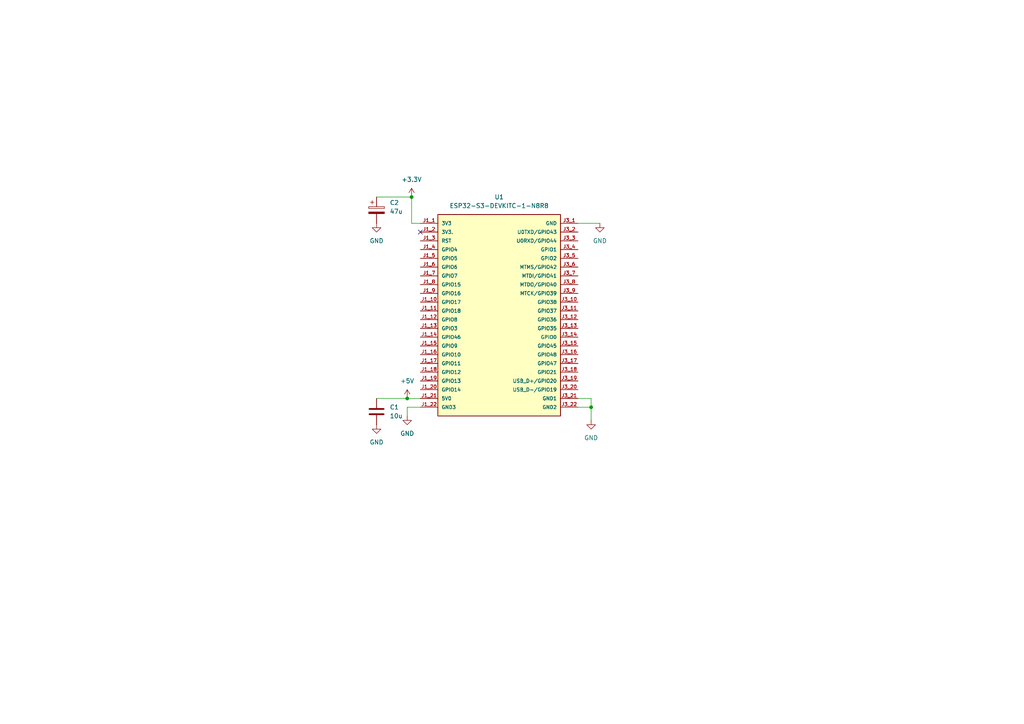
<source format=kicad_sch>
(kicad_sch
	(version 20250114)
	(generator "eeschema")
	(generator_version "9.0")
	(uuid "12ad5328-554d-41aa-ae51-187f15518abd")
	(paper "A4")
	(lib_symbols
		(symbol "Device:C"
			(pin_numbers
				(hide yes)
			)
			(pin_names
				(offset 0.254)
			)
			(exclude_from_sim no)
			(in_bom yes)
			(on_board yes)
			(property "Reference" "C"
				(at 0.635 2.54 0)
				(effects
					(font
						(size 1.27 1.27)
					)
					(justify left)
				)
			)
			(property "Value" "C"
				(at 0.635 -2.54 0)
				(effects
					(font
						(size 1.27 1.27)
					)
					(justify left)
				)
			)
			(property "Footprint" ""
				(at 0.9652 -3.81 0)
				(effects
					(font
						(size 1.27 1.27)
					)
					(hide yes)
				)
			)
			(property "Datasheet" "~"
				(at 0 0 0)
				(effects
					(font
						(size 1.27 1.27)
					)
					(hide yes)
				)
			)
			(property "Description" "Unpolarized capacitor"
				(at 0 0 0)
				(effects
					(font
						(size 1.27 1.27)
					)
					(hide yes)
				)
			)
			(property "ki_keywords" "cap capacitor"
				(at 0 0 0)
				(effects
					(font
						(size 1.27 1.27)
					)
					(hide yes)
				)
			)
			(property "ki_fp_filters" "C_*"
				(at 0 0 0)
				(effects
					(font
						(size 1.27 1.27)
					)
					(hide yes)
				)
			)
			(symbol "C_0_1"
				(polyline
					(pts
						(xy -2.032 0.762) (xy 2.032 0.762)
					)
					(stroke
						(width 0.508)
						(type default)
					)
					(fill
						(type none)
					)
				)
				(polyline
					(pts
						(xy -2.032 -0.762) (xy 2.032 -0.762)
					)
					(stroke
						(width 0.508)
						(type default)
					)
					(fill
						(type none)
					)
				)
			)
			(symbol "C_1_1"
				(pin passive line
					(at 0 3.81 270)
					(length 2.794)
					(name "~"
						(effects
							(font
								(size 1.27 1.27)
							)
						)
					)
					(number "1"
						(effects
							(font
								(size 1.27 1.27)
							)
						)
					)
				)
				(pin passive line
					(at 0 -3.81 90)
					(length 2.794)
					(name "~"
						(effects
							(font
								(size 1.27 1.27)
							)
						)
					)
					(number "2"
						(effects
							(font
								(size 1.27 1.27)
							)
						)
					)
				)
			)
			(embedded_fonts no)
		)
		(symbol "Device:C_Polarized"
			(pin_numbers
				(hide yes)
			)
			(pin_names
				(offset 0.254)
			)
			(exclude_from_sim no)
			(in_bom yes)
			(on_board yes)
			(property "Reference" "C"
				(at 0.635 2.54 0)
				(effects
					(font
						(size 1.27 1.27)
					)
					(justify left)
				)
			)
			(property "Value" "C_Polarized"
				(at 0.635 -2.54 0)
				(effects
					(font
						(size 1.27 1.27)
					)
					(justify left)
				)
			)
			(property "Footprint" ""
				(at 0.9652 -3.81 0)
				(effects
					(font
						(size 1.27 1.27)
					)
					(hide yes)
				)
			)
			(property "Datasheet" "~"
				(at 0 0 0)
				(effects
					(font
						(size 1.27 1.27)
					)
					(hide yes)
				)
			)
			(property "Description" "Polarized capacitor"
				(at 0 0 0)
				(effects
					(font
						(size 1.27 1.27)
					)
					(hide yes)
				)
			)
			(property "ki_keywords" "cap capacitor"
				(at 0 0 0)
				(effects
					(font
						(size 1.27 1.27)
					)
					(hide yes)
				)
			)
			(property "ki_fp_filters" "CP_*"
				(at 0 0 0)
				(effects
					(font
						(size 1.27 1.27)
					)
					(hide yes)
				)
			)
			(symbol "C_Polarized_0_1"
				(rectangle
					(start -2.286 0.508)
					(end 2.286 1.016)
					(stroke
						(width 0)
						(type default)
					)
					(fill
						(type none)
					)
				)
				(polyline
					(pts
						(xy -1.778 2.286) (xy -0.762 2.286)
					)
					(stroke
						(width 0)
						(type default)
					)
					(fill
						(type none)
					)
				)
				(polyline
					(pts
						(xy -1.27 2.794) (xy -1.27 1.778)
					)
					(stroke
						(width 0)
						(type default)
					)
					(fill
						(type none)
					)
				)
				(rectangle
					(start 2.286 -0.508)
					(end -2.286 -1.016)
					(stroke
						(width 0)
						(type default)
					)
					(fill
						(type outline)
					)
				)
			)
			(symbol "C_Polarized_1_1"
				(pin passive line
					(at 0 3.81 270)
					(length 2.794)
					(name "~"
						(effects
							(font
								(size 1.27 1.27)
							)
						)
					)
					(number "1"
						(effects
							(font
								(size 1.27 1.27)
							)
						)
					)
				)
				(pin passive line
					(at 0 -3.81 90)
					(length 2.794)
					(name "~"
						(effects
							(font
								(size 1.27 1.27)
							)
						)
					)
					(number "2"
						(effects
							(font
								(size 1.27 1.27)
							)
						)
					)
				)
			)
			(embedded_fonts no)
		)
		(symbol "ESP32-S3-DEVKITC-1-N8R8:ESP32-S3-DEVKITC-1-N8R8"
			(pin_names
				(offset 1.016)
			)
			(exclude_from_sim no)
			(in_bom yes)
			(on_board yes)
			(property "Reference" "U"
				(at -17.78 35.56 0)
				(effects
					(font
						(size 1.27 1.27)
					)
					(justify left top)
				)
			)
			(property "Value" "ESP32-S3-DEVKITC-1-N8R8"
				(at -17.78 -27.94 0)
				(effects
					(font
						(size 1.27 1.27)
					)
					(justify left bottom)
				)
			)
			(property "Footprint" "ESP32-S3-DEVKITC-1-N8R8:ESP32-S3-DEVKITC-1-N8R8"
				(at 0 0 0)
				(effects
					(font
						(size 1.27 1.27)
					)
					(justify bottom)
					(hide yes)
				)
			)
			(property "Datasheet" ""
				(at 0 0 0)
				(effects
					(font
						(size 1.27 1.27)
					)
					(hide yes)
				)
			)
			(property "Description" ""
				(at 0 0 0)
				(effects
					(font
						(size 1.27 1.27)
					)
					(hide yes)
				)
			)
			(property "DigiKey_Part_Number" "1965-ESP32-S3-DEVKITC-1-N8R8-ND"
				(at 0 0 0)
				(effects
					(font
						(size 1.27 1.27)
					)
					(justify bottom)
					(hide yes)
				)
			)
			(property "SnapEDA_Link" "https://www.snapeda.com/parts/ESP32-S3-DEVKITC-1-N8R8/Espressif+Systems/view-part/?ref=snap"
				(at 0 0 0)
				(effects
					(font
						(size 1.27 1.27)
					)
					(justify bottom)
					(hide yes)
				)
			)
			(property "Description_1" "The ESP32-S3-DEVKITC-1-N8R8 from Espressif Systems is a development board designed for RF, RFID, and wireless applications. It supports 802.11 b/g/n Wi-Fi and Bluetooth® 5.x (BLE) connectivity at 2.4GHz, making it ideal for IoT and wireless communication projects. This board is powered by the ESP32-S3-WROOM-1-N8R8 module, which features 8MB Quad SPI Flash and 8MB Octal SPI for efficient memory storage and processing."
				(at 0 0 0)
				(effects
					(font
						(size 1.27 1.27)
					)
					(justify bottom)
					(hide yes)
				)
			)
			(property "MF" "Espressif Systems"
				(at 0 0 0)
				(effects
					(font
						(size 1.27 1.27)
					)
					(justify bottom)
					(hide yes)
				)
			)
			(property "Package" "None"
				(at 0 0 0)
				(effects
					(font
						(size 1.27 1.27)
					)
					(justify bottom)
					(hide yes)
				)
			)
			(property "Check_prices" "https://www.snapeda.com/parts/ESP32-S3-DEVKITC-1-N8R8/Espressif+Systems/view-part/?ref=eda"
				(at 0 0 0)
				(effects
					(font
						(size 1.27 1.27)
					)
					(justify bottom)
					(hide yes)
				)
			)
			(property "MP" "ESP32-S3-DEVKITC-1-N8R8"
				(at 0 0 0)
				(effects
					(font
						(size 1.27 1.27)
					)
					(justify bottom)
					(hide yes)
				)
			)
			(symbol "ESP32-S3-DEVKITC-1-N8R8_0_0"
				(rectangle
					(start -17.78 -25.4)
					(end 17.78 33.02)
					(stroke
						(width 0.254)
						(type default)
					)
					(fill
						(type background)
					)
				)
				(pin power_in line
					(at -22.86 30.48 0)
					(length 5.08)
					(name "3V3"
						(effects
							(font
								(size 1.016 1.016)
							)
						)
					)
					(number "J1_1"
						(effects
							(font
								(size 1.016 1.016)
							)
						)
					)
				)
				(pin power_in line
					(at -22.86 27.94 0)
					(length 5.08)
					(name "3V3."
						(effects
							(font
								(size 1.016 1.016)
							)
						)
					)
					(number "J1_2"
						(effects
							(font
								(size 1.016 1.016)
							)
						)
					)
				)
				(pin input line
					(at -22.86 25.4 0)
					(length 5.08)
					(name "RST"
						(effects
							(font
								(size 1.016 1.016)
							)
						)
					)
					(number "J1_3"
						(effects
							(font
								(size 1.016 1.016)
							)
						)
					)
				)
				(pin bidirectional line
					(at -22.86 22.86 0)
					(length 5.08)
					(name "GPIO4"
						(effects
							(font
								(size 1.016 1.016)
							)
						)
					)
					(number "J1_4"
						(effects
							(font
								(size 1.016 1.016)
							)
						)
					)
				)
				(pin bidirectional line
					(at -22.86 20.32 0)
					(length 5.08)
					(name "GPIO5"
						(effects
							(font
								(size 1.016 1.016)
							)
						)
					)
					(number "J1_5"
						(effects
							(font
								(size 1.016 1.016)
							)
						)
					)
				)
				(pin bidirectional line
					(at -22.86 17.78 0)
					(length 5.08)
					(name "GPIO6"
						(effects
							(font
								(size 1.016 1.016)
							)
						)
					)
					(number "J1_6"
						(effects
							(font
								(size 1.016 1.016)
							)
						)
					)
				)
				(pin bidirectional line
					(at -22.86 15.24 0)
					(length 5.08)
					(name "GPIO7"
						(effects
							(font
								(size 1.016 1.016)
							)
						)
					)
					(number "J1_7"
						(effects
							(font
								(size 1.016 1.016)
							)
						)
					)
				)
				(pin bidirectional line
					(at -22.86 12.7 0)
					(length 5.08)
					(name "GPIO15"
						(effects
							(font
								(size 1.016 1.016)
							)
						)
					)
					(number "J1_8"
						(effects
							(font
								(size 1.016 1.016)
							)
						)
					)
				)
				(pin bidirectional line
					(at -22.86 10.16 0)
					(length 5.08)
					(name "GPIO16"
						(effects
							(font
								(size 1.016 1.016)
							)
						)
					)
					(number "J1_9"
						(effects
							(font
								(size 1.016 1.016)
							)
						)
					)
				)
				(pin bidirectional line
					(at -22.86 7.62 0)
					(length 5.08)
					(name "GPIO17"
						(effects
							(font
								(size 1.016 1.016)
							)
						)
					)
					(number "J1_10"
						(effects
							(font
								(size 1.016 1.016)
							)
						)
					)
				)
				(pin bidirectional line
					(at -22.86 5.08 0)
					(length 5.08)
					(name "GPIO18"
						(effects
							(font
								(size 1.016 1.016)
							)
						)
					)
					(number "J1_11"
						(effects
							(font
								(size 1.016 1.016)
							)
						)
					)
				)
				(pin bidirectional line
					(at -22.86 2.54 0)
					(length 5.08)
					(name "GPIO8"
						(effects
							(font
								(size 1.016 1.016)
							)
						)
					)
					(number "J1_12"
						(effects
							(font
								(size 1.016 1.016)
							)
						)
					)
				)
				(pin bidirectional line
					(at -22.86 0 0)
					(length 5.08)
					(name "GPIO3"
						(effects
							(font
								(size 1.016 1.016)
							)
						)
					)
					(number "J1_13"
						(effects
							(font
								(size 1.016 1.016)
							)
						)
					)
				)
				(pin bidirectional line
					(at -22.86 -2.54 0)
					(length 5.08)
					(name "GPIO46"
						(effects
							(font
								(size 1.016 1.016)
							)
						)
					)
					(number "J1_14"
						(effects
							(font
								(size 1.016 1.016)
							)
						)
					)
				)
				(pin bidirectional line
					(at -22.86 -5.08 0)
					(length 5.08)
					(name "GPIO9"
						(effects
							(font
								(size 1.016 1.016)
							)
						)
					)
					(number "J1_15"
						(effects
							(font
								(size 1.016 1.016)
							)
						)
					)
				)
				(pin bidirectional line
					(at -22.86 -7.62 0)
					(length 5.08)
					(name "GPIO10"
						(effects
							(font
								(size 1.016 1.016)
							)
						)
					)
					(number "J1_16"
						(effects
							(font
								(size 1.016 1.016)
							)
						)
					)
				)
				(pin bidirectional line
					(at -22.86 -10.16 0)
					(length 5.08)
					(name "GPIO11"
						(effects
							(font
								(size 1.016 1.016)
							)
						)
					)
					(number "J1_17"
						(effects
							(font
								(size 1.016 1.016)
							)
						)
					)
				)
				(pin bidirectional line
					(at -22.86 -12.7 0)
					(length 5.08)
					(name "GPIO12"
						(effects
							(font
								(size 1.016 1.016)
							)
						)
					)
					(number "J1_18"
						(effects
							(font
								(size 1.016 1.016)
							)
						)
					)
				)
				(pin bidirectional line
					(at -22.86 -15.24 0)
					(length 5.08)
					(name "GPIO13"
						(effects
							(font
								(size 1.016 1.016)
							)
						)
					)
					(number "J1_19"
						(effects
							(font
								(size 1.016 1.016)
							)
						)
					)
				)
				(pin bidirectional line
					(at -22.86 -17.78 0)
					(length 5.08)
					(name "GPIO14"
						(effects
							(font
								(size 1.016 1.016)
							)
						)
					)
					(number "J1_20"
						(effects
							(font
								(size 1.016 1.016)
							)
						)
					)
				)
				(pin power_in line
					(at -22.86 -20.32 0)
					(length 5.08)
					(name "5V0"
						(effects
							(font
								(size 1.016 1.016)
							)
						)
					)
					(number "J1_21"
						(effects
							(font
								(size 1.016 1.016)
							)
						)
					)
				)
				(pin power_in line
					(at -22.86 -22.86 0)
					(length 5.08)
					(name "GND3"
						(effects
							(font
								(size 1.016 1.016)
							)
						)
					)
					(number "J1_22"
						(effects
							(font
								(size 1.016 1.016)
							)
						)
					)
				)
				(pin power_in line
					(at 22.86 30.48 180)
					(length 5.08)
					(name "GND"
						(effects
							(font
								(size 1.016 1.016)
							)
						)
					)
					(number "J3_1"
						(effects
							(font
								(size 1.016 1.016)
							)
						)
					)
				)
				(pin bidirectional line
					(at 22.86 27.94 180)
					(length 5.08)
					(name "U0TXD/GPIO43"
						(effects
							(font
								(size 1.016 1.016)
							)
						)
					)
					(number "J3_2"
						(effects
							(font
								(size 1.016 1.016)
							)
						)
					)
				)
				(pin bidirectional line
					(at 22.86 25.4 180)
					(length 5.08)
					(name "U0RXD/GPIO44"
						(effects
							(font
								(size 1.016 1.016)
							)
						)
					)
					(number "J3_3"
						(effects
							(font
								(size 1.016 1.016)
							)
						)
					)
				)
				(pin bidirectional line
					(at 22.86 22.86 180)
					(length 5.08)
					(name "GPIO1"
						(effects
							(font
								(size 1.016 1.016)
							)
						)
					)
					(number "J3_4"
						(effects
							(font
								(size 1.016 1.016)
							)
						)
					)
				)
				(pin bidirectional line
					(at 22.86 20.32 180)
					(length 5.08)
					(name "GPIO2"
						(effects
							(font
								(size 1.016 1.016)
							)
						)
					)
					(number "J3_5"
						(effects
							(font
								(size 1.016 1.016)
							)
						)
					)
				)
				(pin bidirectional line
					(at 22.86 17.78 180)
					(length 5.08)
					(name "MTMS/GPIO42"
						(effects
							(font
								(size 1.016 1.016)
							)
						)
					)
					(number "J3_6"
						(effects
							(font
								(size 1.016 1.016)
							)
						)
					)
				)
				(pin bidirectional line
					(at 22.86 15.24 180)
					(length 5.08)
					(name "MTDI/GPIO41"
						(effects
							(font
								(size 1.016 1.016)
							)
						)
					)
					(number "J3_7"
						(effects
							(font
								(size 1.016 1.016)
							)
						)
					)
				)
				(pin bidirectional line
					(at 22.86 12.7 180)
					(length 5.08)
					(name "MTDO/GPIO40"
						(effects
							(font
								(size 1.016 1.016)
							)
						)
					)
					(number "J3_8"
						(effects
							(font
								(size 1.016 1.016)
							)
						)
					)
				)
				(pin bidirectional line
					(at 22.86 10.16 180)
					(length 5.08)
					(name "MTCK/GPIO39"
						(effects
							(font
								(size 1.016 1.016)
							)
						)
					)
					(number "J3_9"
						(effects
							(font
								(size 1.016 1.016)
							)
						)
					)
				)
				(pin bidirectional line
					(at 22.86 7.62 180)
					(length 5.08)
					(name "GPIO38"
						(effects
							(font
								(size 1.016 1.016)
							)
						)
					)
					(number "J3_10"
						(effects
							(font
								(size 1.016 1.016)
							)
						)
					)
				)
				(pin bidirectional line
					(at 22.86 5.08 180)
					(length 5.08)
					(name "GPIO37"
						(effects
							(font
								(size 1.016 1.016)
							)
						)
					)
					(number "J3_11"
						(effects
							(font
								(size 1.016 1.016)
							)
						)
					)
				)
				(pin bidirectional line
					(at 22.86 2.54 180)
					(length 5.08)
					(name "GPIO36"
						(effects
							(font
								(size 1.016 1.016)
							)
						)
					)
					(number "J3_12"
						(effects
							(font
								(size 1.016 1.016)
							)
						)
					)
				)
				(pin bidirectional line
					(at 22.86 0 180)
					(length 5.08)
					(name "GPIO35"
						(effects
							(font
								(size 1.016 1.016)
							)
						)
					)
					(number "J3_13"
						(effects
							(font
								(size 1.016 1.016)
							)
						)
					)
				)
				(pin bidirectional line
					(at 22.86 -2.54 180)
					(length 5.08)
					(name "GPIO0"
						(effects
							(font
								(size 1.016 1.016)
							)
						)
					)
					(number "J3_14"
						(effects
							(font
								(size 1.016 1.016)
							)
						)
					)
				)
				(pin bidirectional line
					(at 22.86 -5.08 180)
					(length 5.08)
					(name "GPIO45"
						(effects
							(font
								(size 1.016 1.016)
							)
						)
					)
					(number "J3_15"
						(effects
							(font
								(size 1.016 1.016)
							)
						)
					)
				)
				(pin bidirectional line
					(at 22.86 -7.62 180)
					(length 5.08)
					(name "GPIO48"
						(effects
							(font
								(size 1.016 1.016)
							)
						)
					)
					(number "J3_16"
						(effects
							(font
								(size 1.016 1.016)
							)
						)
					)
				)
				(pin bidirectional line
					(at 22.86 -10.16 180)
					(length 5.08)
					(name "GPIO47"
						(effects
							(font
								(size 1.016 1.016)
							)
						)
					)
					(number "J3_17"
						(effects
							(font
								(size 1.016 1.016)
							)
						)
					)
				)
				(pin bidirectional line
					(at 22.86 -12.7 180)
					(length 5.08)
					(name "GPIO21"
						(effects
							(font
								(size 1.016 1.016)
							)
						)
					)
					(number "J3_18"
						(effects
							(font
								(size 1.016 1.016)
							)
						)
					)
				)
				(pin bidirectional line
					(at 22.86 -15.24 180)
					(length 5.08)
					(name "USB_D+/GPIO20"
						(effects
							(font
								(size 1.016 1.016)
							)
						)
					)
					(number "J3_19"
						(effects
							(font
								(size 1.016 1.016)
							)
						)
					)
				)
				(pin bidirectional line
					(at 22.86 -17.78 180)
					(length 5.08)
					(name "USB_D-/GPIO19"
						(effects
							(font
								(size 1.016 1.016)
							)
						)
					)
					(number "J3_20"
						(effects
							(font
								(size 1.016 1.016)
							)
						)
					)
				)
				(pin power_in line
					(at 22.86 -20.32 180)
					(length 5.08)
					(name "GND1"
						(effects
							(font
								(size 1.016 1.016)
							)
						)
					)
					(number "J3_21"
						(effects
							(font
								(size 1.016 1.016)
							)
						)
					)
				)
				(pin power_in line
					(at 22.86 -22.86 180)
					(length 5.08)
					(name "GND2"
						(effects
							(font
								(size 1.016 1.016)
							)
						)
					)
					(number "J3_22"
						(effects
							(font
								(size 1.016 1.016)
							)
						)
					)
				)
			)
			(embedded_fonts no)
		)
		(symbol "power:+3.3V"
			(power)
			(pin_numbers
				(hide yes)
			)
			(pin_names
				(offset 0)
				(hide yes)
			)
			(exclude_from_sim no)
			(in_bom yes)
			(on_board yes)
			(property "Reference" "#PWR"
				(at 0 -3.81 0)
				(effects
					(font
						(size 1.27 1.27)
					)
					(hide yes)
				)
			)
			(property "Value" "+3.3V"
				(at 0 3.556 0)
				(effects
					(font
						(size 1.27 1.27)
					)
				)
			)
			(property "Footprint" ""
				(at 0 0 0)
				(effects
					(font
						(size 1.27 1.27)
					)
					(hide yes)
				)
			)
			(property "Datasheet" ""
				(at 0 0 0)
				(effects
					(font
						(size 1.27 1.27)
					)
					(hide yes)
				)
			)
			(property "Description" "Power symbol creates a global label with name \"+3.3V\""
				(at 0 0 0)
				(effects
					(font
						(size 1.27 1.27)
					)
					(hide yes)
				)
			)
			(property "ki_keywords" "global power"
				(at 0 0 0)
				(effects
					(font
						(size 1.27 1.27)
					)
					(hide yes)
				)
			)
			(symbol "+3.3V_0_1"
				(polyline
					(pts
						(xy -0.762 1.27) (xy 0 2.54)
					)
					(stroke
						(width 0)
						(type default)
					)
					(fill
						(type none)
					)
				)
				(polyline
					(pts
						(xy 0 2.54) (xy 0.762 1.27)
					)
					(stroke
						(width 0)
						(type default)
					)
					(fill
						(type none)
					)
				)
				(polyline
					(pts
						(xy 0 0) (xy 0 2.54)
					)
					(stroke
						(width 0)
						(type default)
					)
					(fill
						(type none)
					)
				)
			)
			(symbol "+3.3V_1_1"
				(pin power_in line
					(at 0 0 90)
					(length 0)
					(name "~"
						(effects
							(font
								(size 1.27 1.27)
							)
						)
					)
					(number "1"
						(effects
							(font
								(size 1.27 1.27)
							)
						)
					)
				)
			)
			(embedded_fonts no)
		)
		(symbol "power:+5V"
			(power)
			(pin_numbers
				(hide yes)
			)
			(pin_names
				(offset 0)
				(hide yes)
			)
			(exclude_from_sim no)
			(in_bom yes)
			(on_board yes)
			(property "Reference" "#PWR"
				(at 0 -3.81 0)
				(effects
					(font
						(size 1.27 1.27)
					)
					(hide yes)
				)
			)
			(property "Value" "+5V"
				(at 0 3.556 0)
				(effects
					(font
						(size 1.27 1.27)
					)
				)
			)
			(property "Footprint" ""
				(at 0 0 0)
				(effects
					(font
						(size 1.27 1.27)
					)
					(hide yes)
				)
			)
			(property "Datasheet" ""
				(at 0 0 0)
				(effects
					(font
						(size 1.27 1.27)
					)
					(hide yes)
				)
			)
			(property "Description" "Power symbol creates a global label with name \"+5V\""
				(at 0 0 0)
				(effects
					(font
						(size 1.27 1.27)
					)
					(hide yes)
				)
			)
			(property "ki_keywords" "global power"
				(at 0 0 0)
				(effects
					(font
						(size 1.27 1.27)
					)
					(hide yes)
				)
			)
			(symbol "+5V_0_1"
				(polyline
					(pts
						(xy -0.762 1.27) (xy 0 2.54)
					)
					(stroke
						(width 0)
						(type default)
					)
					(fill
						(type none)
					)
				)
				(polyline
					(pts
						(xy 0 2.54) (xy 0.762 1.27)
					)
					(stroke
						(width 0)
						(type default)
					)
					(fill
						(type none)
					)
				)
				(polyline
					(pts
						(xy 0 0) (xy 0 2.54)
					)
					(stroke
						(width 0)
						(type default)
					)
					(fill
						(type none)
					)
				)
			)
			(symbol "+5V_1_1"
				(pin power_in line
					(at 0 0 90)
					(length 0)
					(name "~"
						(effects
							(font
								(size 1.27 1.27)
							)
						)
					)
					(number "1"
						(effects
							(font
								(size 1.27 1.27)
							)
						)
					)
				)
			)
			(embedded_fonts no)
		)
		(symbol "power:GND"
			(power)
			(pin_numbers
				(hide yes)
			)
			(pin_names
				(offset 0)
				(hide yes)
			)
			(exclude_from_sim no)
			(in_bom yes)
			(on_board yes)
			(property "Reference" "#PWR"
				(at 0 -6.35 0)
				(effects
					(font
						(size 1.27 1.27)
					)
					(hide yes)
				)
			)
			(property "Value" "GND"
				(at 0 -3.81 0)
				(effects
					(font
						(size 1.27 1.27)
					)
				)
			)
			(property "Footprint" ""
				(at 0 0 0)
				(effects
					(font
						(size 1.27 1.27)
					)
					(hide yes)
				)
			)
			(property "Datasheet" ""
				(at 0 0 0)
				(effects
					(font
						(size 1.27 1.27)
					)
					(hide yes)
				)
			)
			(property "Description" "Power symbol creates a global label with name \"GND\" , ground"
				(at 0 0 0)
				(effects
					(font
						(size 1.27 1.27)
					)
					(hide yes)
				)
			)
			(property "ki_keywords" "global power"
				(at 0 0 0)
				(effects
					(font
						(size 1.27 1.27)
					)
					(hide yes)
				)
			)
			(symbol "GND_0_1"
				(polyline
					(pts
						(xy 0 0) (xy 0 -1.27) (xy 1.27 -1.27) (xy 0 -2.54) (xy -1.27 -1.27) (xy 0 -1.27)
					)
					(stroke
						(width 0)
						(type default)
					)
					(fill
						(type none)
					)
				)
			)
			(symbol "GND_1_1"
				(pin power_in line
					(at 0 0 270)
					(length 0)
					(name "~"
						(effects
							(font
								(size 1.27 1.27)
							)
						)
					)
					(number "1"
						(effects
							(font
								(size 1.27 1.27)
							)
						)
					)
				)
			)
			(embedded_fonts no)
		)
	)
	(junction
		(at 119.38 57.15)
		(diameter 0)
		(color 0 0 0 0)
		(uuid "102d2c2f-e6bb-4620-92b5-33cbbe057da1")
	)
	(junction
		(at 118.11 115.57)
		(diameter 0)
		(color 0 0 0 0)
		(uuid "8950359f-9779-4850-b760-522958971d47")
	)
	(junction
		(at 171.45 118.11)
		(diameter 0)
		(color 0 0 0 0)
		(uuid "adab3769-f546-48e9-87f7-578811667a62")
	)
	(no_connect
		(at 121.92 67.31)
		(uuid "bdecffcb-7945-41be-82cf-64417c5f2443")
	)
	(wire
		(pts
			(xy 121.92 118.11) (xy 118.11 118.11)
		)
		(stroke
			(width 0)
			(type default)
		)
		(uuid "237425aa-e120-48bc-8e15-ccfba36371e9")
	)
	(wire
		(pts
			(xy 167.64 64.77) (xy 173.99 64.77)
		)
		(stroke
			(width 0)
			(type default)
		)
		(uuid "3571d8d1-c494-4570-8716-e1846bae5bb8")
	)
	(wire
		(pts
			(xy 118.11 115.57) (xy 121.92 115.57)
		)
		(stroke
			(width 0)
			(type default)
		)
		(uuid "3c18af25-c028-4a4d-abd4-34701f75e5eb")
	)
	(wire
		(pts
			(xy 171.45 115.57) (xy 171.45 118.11)
		)
		(stroke
			(width 0)
			(type default)
		)
		(uuid "41b672e6-e99e-414a-a940-08ec8d0ad6f2")
	)
	(wire
		(pts
			(xy 109.22 57.15) (xy 119.38 57.15)
		)
		(stroke
			(width 0)
			(type default)
		)
		(uuid "4dfc434c-2917-4daf-98eb-8635af67a65d")
	)
	(wire
		(pts
			(xy 119.38 57.15) (xy 119.38 64.77)
		)
		(stroke
			(width 0)
			(type default)
		)
		(uuid "4fdba735-2434-41c7-bce8-4acd79f2268f")
	)
	(wire
		(pts
			(xy 109.22 115.57) (xy 118.11 115.57)
		)
		(stroke
			(width 0)
			(type default)
		)
		(uuid "6127d510-dcae-4ac9-8228-3910ff5387ab")
	)
	(wire
		(pts
			(xy 118.11 118.11) (xy 118.11 120.65)
		)
		(stroke
			(width 0)
			(type default)
		)
		(uuid "74296713-3b28-45f6-8676-7d0924c841d3")
	)
	(wire
		(pts
			(xy 171.45 118.11) (xy 171.45 121.92)
		)
		(stroke
			(width 0)
			(type default)
		)
		(uuid "94c0599e-9caa-4db9-a70b-74822edf261f")
	)
	(wire
		(pts
			(xy 167.64 118.11) (xy 171.45 118.11)
		)
		(stroke
			(width 0)
			(type default)
		)
		(uuid "c1f6c006-96bd-41b2-9693-8ea3b1d70601")
	)
	(wire
		(pts
			(xy 167.64 115.57) (xy 171.45 115.57)
		)
		(stroke
			(width 0)
			(type default)
		)
		(uuid "d905792d-1df4-4088-a8b8-f808b5e9fdd6")
	)
	(wire
		(pts
			(xy 119.38 64.77) (xy 121.92 64.77)
		)
		(stroke
			(width 0)
			(type default)
		)
		(uuid "ebea6961-91ab-4a11-b5c4-b0955aee5725")
	)
	(symbol
		(lib_id "Device:C_Polarized")
		(at 109.22 60.96 0)
		(unit 1)
		(exclude_from_sim no)
		(in_bom yes)
		(on_board yes)
		(dnp no)
		(fields_autoplaced yes)
		(uuid "0696a2bf-269d-44c0-8507-846f47dc1942")
		(property "Reference" "C2"
			(at 113.03 58.8009 0)
			(effects
				(font
					(size 1.27 1.27)
				)
				(justify left)
			)
		)
		(property "Value" "47u"
			(at 113.03 61.3409 0)
			(effects
				(font
					(size 1.27 1.27)
				)
				(justify left)
			)
		)
		(property "Footprint" ""
			(at 110.1852 64.77 0)
			(effects
				(font
					(size 1.27 1.27)
				)
				(hide yes)
			)
		)
		(property "Datasheet" "~"
			(at 109.22 60.96 0)
			(effects
				(font
					(size 1.27 1.27)
				)
				(hide yes)
			)
		)
		(property "Description" "Polarized capacitor"
			(at 109.22 60.96 0)
			(effects
				(font
					(size 1.27 1.27)
				)
				(hide yes)
			)
		)
		(pin "1"
			(uuid "643fa029-a591-4ffe-b6ee-f76da0c06d25")
		)
		(pin "2"
			(uuid "348d1baf-04d2-4849-b7dc-88e68dff0b52")
		)
		(instances
			(project "Smart_Spinner"
				(path "/f709486d-613a-44bb-9859-6d5f77e05693/86210324-e525-4fcc-b203-bdfe65d84f1e"
					(reference "C2")
					(unit 1)
				)
			)
		)
	)
	(symbol
		(lib_id "power:+5V")
		(at 118.11 115.57 0)
		(unit 1)
		(exclude_from_sim no)
		(in_bom yes)
		(on_board yes)
		(dnp no)
		(fields_autoplaced yes)
		(uuid "1153566a-f537-47c7-bd3a-14cdb4cce6f1")
		(property "Reference" "#PWR04"
			(at 118.11 119.38 0)
			(effects
				(font
					(size 1.27 1.27)
				)
				(hide yes)
			)
		)
		(property "Value" "+5V"
			(at 118.11 110.49 0)
			(effects
				(font
					(size 1.27 1.27)
				)
			)
		)
		(property "Footprint" ""
			(at 118.11 115.57 0)
			(effects
				(font
					(size 1.27 1.27)
				)
				(hide yes)
			)
		)
		(property "Datasheet" ""
			(at 118.11 115.57 0)
			(effects
				(font
					(size 1.27 1.27)
				)
				(hide yes)
			)
		)
		(property "Description" "Power symbol creates a global label with name \"+5V\""
			(at 118.11 115.57 0)
			(effects
				(font
					(size 1.27 1.27)
				)
				(hide yes)
			)
		)
		(pin "1"
			(uuid "47f3b75e-f15d-460e-8257-0f849efc436b")
		)
		(instances
			(project "Smart_Spinner"
				(path "/f709486d-613a-44bb-9859-6d5f77e05693/86210324-e525-4fcc-b203-bdfe65d84f1e"
					(reference "#PWR04")
					(unit 1)
				)
			)
		)
	)
	(symbol
		(lib_id "power:GND")
		(at 109.22 123.19 0)
		(unit 1)
		(exclude_from_sim no)
		(in_bom yes)
		(on_board yes)
		(dnp no)
		(fields_autoplaced yes)
		(uuid "2888c22a-b8b0-42b1-8e70-1878fa6fe426")
		(property "Reference" "#PWR014"
			(at 109.22 129.54 0)
			(effects
				(font
					(size 1.27 1.27)
				)
				(hide yes)
			)
		)
		(property "Value" "GND"
			(at 109.22 128.27 0)
			(effects
				(font
					(size 1.27 1.27)
				)
			)
		)
		(property "Footprint" ""
			(at 109.22 123.19 0)
			(effects
				(font
					(size 1.27 1.27)
				)
				(hide yes)
			)
		)
		(property "Datasheet" ""
			(at 109.22 123.19 0)
			(effects
				(font
					(size 1.27 1.27)
				)
				(hide yes)
			)
		)
		(property "Description" "Power symbol creates a global label with name \"GND\" , ground"
			(at 109.22 123.19 0)
			(effects
				(font
					(size 1.27 1.27)
				)
				(hide yes)
			)
		)
		(pin "1"
			(uuid "4b6a6995-52d5-4abb-89c8-d564c19e1215")
		)
		(instances
			(project "Smart_Spinner"
				(path "/f709486d-613a-44bb-9859-6d5f77e05693/86210324-e525-4fcc-b203-bdfe65d84f1e"
					(reference "#PWR014")
					(unit 1)
				)
			)
		)
	)
	(symbol
		(lib_id "power:+3.3V")
		(at 119.38 57.15 0)
		(unit 1)
		(exclude_from_sim no)
		(in_bom yes)
		(on_board yes)
		(dnp no)
		(fields_autoplaced yes)
		(uuid "34d8965a-4451-4ea0-bb1d-8230aa528c04")
		(property "Reference" "#PWR06"
			(at 119.38 60.96 0)
			(effects
				(font
					(size 1.27 1.27)
				)
				(hide yes)
			)
		)
		(property "Value" "+3.3V"
			(at 119.38 52.07 0)
			(effects
				(font
					(size 1.27 1.27)
				)
			)
		)
		(property "Footprint" ""
			(at 119.38 57.15 0)
			(effects
				(font
					(size 1.27 1.27)
				)
				(hide yes)
			)
		)
		(property "Datasheet" ""
			(at 119.38 57.15 0)
			(effects
				(font
					(size 1.27 1.27)
				)
				(hide yes)
			)
		)
		(property "Description" "Power symbol creates a global label with name \"+3.3V\""
			(at 119.38 57.15 0)
			(effects
				(font
					(size 1.27 1.27)
				)
				(hide yes)
			)
		)
		(pin "1"
			(uuid "c487ba09-eb10-465e-b057-53c4001d4b14")
		)
		(instances
			(project "Smart_Spinner"
				(path "/f709486d-613a-44bb-9859-6d5f77e05693/86210324-e525-4fcc-b203-bdfe65d84f1e"
					(reference "#PWR06")
					(unit 1)
				)
			)
		)
	)
	(symbol
		(lib_id "Device:C")
		(at 109.22 119.38 0)
		(unit 1)
		(exclude_from_sim no)
		(in_bom yes)
		(on_board yes)
		(dnp no)
		(fields_autoplaced yes)
		(uuid "4bd91726-4694-4047-ab88-ed6e5c653d9e")
		(property "Reference" "C1"
			(at 113.03 118.1099 0)
			(effects
				(font
					(size 1.27 1.27)
				)
				(justify left)
			)
		)
		(property "Value" "10u"
			(at 113.03 120.6499 0)
			(effects
				(font
					(size 1.27 1.27)
				)
				(justify left)
			)
		)
		(property "Footprint" ""
			(at 110.1852 123.19 0)
			(effects
				(font
					(size 1.27 1.27)
				)
				(hide yes)
			)
		)
		(property "Datasheet" "~"
			(at 109.22 119.38 0)
			(effects
				(font
					(size 1.27 1.27)
				)
				(hide yes)
			)
		)
		(property "Description" "Unpolarized capacitor"
			(at 109.22 119.38 0)
			(effects
				(font
					(size 1.27 1.27)
				)
				(hide yes)
			)
		)
		(pin "1"
			(uuid "de46a317-ba86-4a9f-aa5c-3c627b0ae57a")
		)
		(pin "2"
			(uuid "01caf6cb-6dd6-4c79-8a98-099980942b4c")
		)
		(instances
			(project "Smart_Spinner"
				(path "/f709486d-613a-44bb-9859-6d5f77e05693/86210324-e525-4fcc-b203-bdfe65d84f1e"
					(reference "C1")
					(unit 1)
				)
			)
		)
	)
	(symbol
		(lib_id "power:GND")
		(at 109.22 64.77 0)
		(unit 1)
		(exclude_from_sim no)
		(in_bom yes)
		(on_board yes)
		(dnp no)
		(fields_autoplaced yes)
		(uuid "530246b5-b285-4d88-a11b-7728f2eb4e77")
		(property "Reference" "#PWR015"
			(at 109.22 71.12 0)
			(effects
				(font
					(size 1.27 1.27)
				)
				(hide yes)
			)
		)
		(property "Value" "GND"
			(at 109.22 69.85 0)
			(effects
				(font
					(size 1.27 1.27)
				)
			)
		)
		(property "Footprint" ""
			(at 109.22 64.77 0)
			(effects
				(font
					(size 1.27 1.27)
				)
				(hide yes)
			)
		)
		(property "Datasheet" ""
			(at 109.22 64.77 0)
			(effects
				(font
					(size 1.27 1.27)
				)
				(hide yes)
			)
		)
		(property "Description" "Power symbol creates a global label with name \"GND\" , ground"
			(at 109.22 64.77 0)
			(effects
				(font
					(size 1.27 1.27)
				)
				(hide yes)
			)
		)
		(pin "1"
			(uuid "b4e253ff-20d3-4fe4-a230-e667d836e989")
		)
		(instances
			(project "Smart_Spinner"
				(path "/f709486d-613a-44bb-9859-6d5f77e05693/86210324-e525-4fcc-b203-bdfe65d84f1e"
					(reference "#PWR015")
					(unit 1)
				)
			)
		)
	)
	(symbol
		(lib_id "ESP32-S3-DEVKITC-1-N8R8:ESP32-S3-DEVKITC-1-N8R8")
		(at 144.78 95.25 0)
		(unit 1)
		(exclude_from_sim no)
		(in_bom yes)
		(on_board yes)
		(dnp no)
		(fields_autoplaced yes)
		(uuid "5e36f29d-258c-4501-872b-1df80de8d2a4")
		(property "Reference" "U1"
			(at 144.78 57.15 0)
			(effects
				(font
					(size 1.27 1.27)
				)
			)
		)
		(property "Value" "ESP32-S3-DEVKITC-1-N8R8"
			(at 144.78 59.69 0)
			(effects
				(font
					(size 1.27 1.27)
				)
			)
		)
		(property "Footprint" "ESP32-S3-DEVKITC-1-N8R8:ESP32-S3-DEVKITC-1-N8R8"
			(at 144.78 95.25 0)
			(effects
				(font
					(size 1.27 1.27)
				)
				(justify bottom)
				(hide yes)
			)
		)
		(property "Datasheet" ""
			(at 144.78 95.25 0)
			(effects
				(font
					(size 1.27 1.27)
				)
				(hide yes)
			)
		)
		(property "Description" ""
			(at 144.78 95.25 0)
			(effects
				(font
					(size 1.27 1.27)
				)
				(hide yes)
			)
		)
		(property "DigiKey_Part_Number" "1965-ESP32-S3-DEVKITC-1-N8R8-ND"
			(at 144.78 95.25 0)
			(effects
				(font
					(size 1.27 1.27)
				)
				(justify bottom)
				(hide yes)
			)
		)
		(property "SnapEDA_Link" "https://www.snapeda.com/parts/ESP32-S3-DEVKITC-1-N8R8/Espressif+Systems/view-part/?ref=snap"
			(at 144.78 95.25 0)
			(effects
				(font
					(size 1.27 1.27)
				)
				(justify bottom)
				(hide yes)
			)
		)
		(property "Description_1" "The ESP32-S3-DEVKITC-1-N8R8 from Espressif Systems is a development board designed for RF, RFID, and wireless applications. It supports 802.11 b/g/n Wi-Fi and Bluetooth® 5.x (BLE) connectivity at 2.4GHz, making it ideal for IoT and wireless communication projects. This board is powered by the ESP32-S3-WROOM-1-N8R8 module, which features 8MB Quad SPI Flash and 8MB Octal SPI for efficient memory storage and processing."
			(at 144.78 95.25 0)
			(effects
				(font
					(size 1.27 1.27)
				)
				(justify bottom)
				(hide yes)
			)
		)
		(property "MF" "Espressif Systems"
			(at 144.78 95.25 0)
			(effects
				(font
					(size 1.27 1.27)
				)
				(justify bottom)
				(hide yes)
			)
		)
		(property "Package" "None"
			(at 144.78 95.25 0)
			(effects
				(font
					(size 1.27 1.27)
				)
				(justify bottom)
				(hide yes)
			)
		)
		(property "Check_prices" "https://www.snapeda.com/parts/ESP32-S3-DEVKITC-1-N8R8/Espressif+Systems/view-part/?ref=eda"
			(at 144.78 95.25 0)
			(effects
				(font
					(size 1.27 1.27)
				)
				(justify bottom)
				(hide yes)
			)
		)
		(property "MP" "ESP32-S3-DEVKITC-1-N8R8"
			(at 144.78 95.25 0)
			(effects
				(font
					(size 1.27 1.27)
				)
				(justify bottom)
				(hide yes)
			)
		)
		(pin "J1_7"
			(uuid "dbdee396-40b8-44be-af5c-417864a45a24")
		)
		(pin "J1_12"
			(uuid "ae5f4d7c-15ad-4f60-9de0-9a4888aaa063")
		)
		(pin "J1_4"
			(uuid "4a1d9878-69c6-4aad-9c93-9602f9eb689b")
		)
		(pin "J1_17"
			(uuid "f9f4ac29-2e86-4a06-b88d-1d54f007c577")
		)
		(pin "J1_20"
			(uuid "8cca6102-2fad-4aec-aee7-d2966cb41866")
		)
		(pin "J1_3"
			(uuid "2a19c3b5-d7b1-43b2-b6b0-ec4f613b348f")
		)
		(pin "J3_3"
			(uuid "77866191-619d-4614-aa1f-0db8a10821ce")
		)
		(pin "J1_1"
			(uuid "8040d4d7-3129-491b-8dda-d876362e700f")
		)
		(pin "J1_14"
			(uuid "bcaf13d5-41f8-48b6-8bcb-ad0fbf675ad8")
		)
		(pin "J3_1"
			(uuid "b21b9374-5126-487b-a9cf-073dab49b0a0")
		)
		(pin "J1_19"
			(uuid "de312237-97b9-42b1-bbac-fe24bd43ce3c")
		)
		(pin "J1_21"
			(uuid "bb18f6cd-7b33-4306-ae36-cedc02df2f9c")
		)
		(pin "J3_7"
			(uuid "d2d151f8-0975-4d86-bbb2-94c1d70dabf8")
		)
		(pin "J3_9"
			(uuid "b8426da5-0e4f-4388-a801-2b5b7d8366cb")
		)
		(pin "J1_5"
			(uuid "d4c7cbb9-76cc-4686-91cd-52d1dacb9e09")
		)
		(pin "J1_15"
			(uuid "db6605b6-a6e3-4dd9-9fc9-1aaf0bb30014")
		)
		(pin "J1_2"
			(uuid "639be350-0648-4ed9-9cc2-1cbba2c82691")
		)
		(pin "J1_9"
			(uuid "6c4bc2ce-c30c-4da4-a2e5-d64fdddd76da")
		)
		(pin "J1_10"
			(uuid "f9b6dd1d-68fc-4bff-8e6c-988b09223505")
		)
		(pin "J1_11"
			(uuid "e985268e-bbd2-4eb7-848a-b13e78bff3ad")
		)
		(pin "J1_6"
			(uuid "b107e7d4-d849-43b8-b5c9-aa8764dbb907")
		)
		(pin "J1_8"
			(uuid "52290d4c-dbec-45b3-be5f-32f6a3afc430")
		)
		(pin "J1_13"
			(uuid "4621e1a3-d74e-416c-9180-42067e6ad7d3")
		)
		(pin "J1_16"
			(uuid "dffb07bc-f7a0-4a1c-9d87-85efd3fa5d10")
		)
		(pin "J1_18"
			(uuid "b9a96bf5-b009-4dc6-97dc-e89213bcc13b")
		)
		(pin "J1_22"
			(uuid "85faf034-da82-4875-a11d-f8024a1fe9fe")
		)
		(pin "J3_2"
			(uuid "6c64f639-7e74-4463-ae3d-30a30cb4fec0")
		)
		(pin "J3_5"
			(uuid "fe56de4e-55de-46e8-a29e-e3db999fb294")
		)
		(pin "J3_6"
			(uuid "005cd2e2-303c-4253-aea2-61cb542b09c9")
		)
		(pin "J3_8"
			(uuid "344e32f6-909a-4123-94d3-adf9f7a9f2b2")
		)
		(pin "J3_4"
			(uuid "4c683e80-55b2-4899-a570-3501bac4391a")
		)
		(pin "J3_10"
			(uuid "019a1eb3-2b53-456d-b293-3808a7522cdb")
		)
		(pin "J3_11"
			(uuid "9bd3e8d0-2bd3-4a0d-86c9-b5afbce099d1")
		)
		(pin "J3_13"
			(uuid "31059b43-8b91-4de5-b632-082cc75f9542")
		)
		(pin "J3_14"
			(uuid "d59142be-5485-48bd-bf28-4daa376f1ea8")
		)
		(pin "J3_12"
			(uuid "47d52ea9-6d95-4b06-aa90-81b266260a66")
		)
		(pin "J3_17"
			(uuid "2653058e-0e7e-424a-81e1-3d7f509219a5")
		)
		(pin "J3_20"
			(uuid "6d162148-2bc9-44b7-a4dd-09c31e82e75c")
		)
		(pin "J3_15"
			(uuid "99c86f11-ea0d-4237-8566-77f1a7a150ad")
		)
		(pin "J3_16"
			(uuid "588520d3-1505-4b40-bdc9-1435d56158b6")
		)
		(pin "J3_18"
			(uuid "1c54f7bb-4616-4389-beda-240cf7dcd832")
		)
		(pin "J3_19"
			(uuid "198dd7b5-58c9-4ed3-a3f5-94a9d3673bad")
		)
		(pin "J3_21"
			(uuid "4213af31-f14b-431c-9c26-6ca287e406ea")
		)
		(pin "J3_22"
			(uuid "0b9a6fde-a69d-470d-a1f1-08b0f74d54ca")
		)
		(instances
			(project "Smart_Spinner"
				(path "/f709486d-613a-44bb-9859-6d5f77e05693/86210324-e525-4fcc-b203-bdfe65d84f1e"
					(reference "U1")
					(unit 1)
				)
			)
		)
	)
	(symbol
		(lib_id "power:GND")
		(at 173.99 64.77 0)
		(unit 1)
		(exclude_from_sim no)
		(in_bom yes)
		(on_board yes)
		(dnp no)
		(fields_autoplaced yes)
		(uuid "71928f4e-effb-4395-8ab4-1ef257841d8a")
		(property "Reference" "#PWR03"
			(at 173.99 71.12 0)
			(effects
				(font
					(size 1.27 1.27)
				)
				(hide yes)
			)
		)
		(property "Value" "GND"
			(at 173.99 69.85 0)
			(effects
				(font
					(size 1.27 1.27)
				)
			)
		)
		(property "Footprint" ""
			(at 173.99 64.77 0)
			(effects
				(font
					(size 1.27 1.27)
				)
				(hide yes)
			)
		)
		(property "Datasheet" ""
			(at 173.99 64.77 0)
			(effects
				(font
					(size 1.27 1.27)
				)
				(hide yes)
			)
		)
		(property "Description" "Power symbol creates a global label with name \"GND\" , ground"
			(at 173.99 64.77 0)
			(effects
				(font
					(size 1.27 1.27)
				)
				(hide yes)
			)
		)
		(pin "1"
			(uuid "165d5429-470c-4b65-b31c-f5d0c0583a69")
		)
		(instances
			(project "Smart_Spinner"
				(path "/f709486d-613a-44bb-9859-6d5f77e05693/86210324-e525-4fcc-b203-bdfe65d84f1e"
					(reference "#PWR03")
					(unit 1)
				)
			)
		)
	)
	(symbol
		(lib_id "power:GND")
		(at 171.45 121.92 0)
		(unit 1)
		(exclude_from_sim no)
		(in_bom yes)
		(on_board yes)
		(dnp no)
		(fields_autoplaced yes)
		(uuid "80eceb10-bf40-4b26-83e1-2e463ed03aa8")
		(property "Reference" "#PWR01"
			(at 171.45 128.27 0)
			(effects
				(font
					(size 1.27 1.27)
				)
				(hide yes)
			)
		)
		(property "Value" "GND"
			(at 171.45 127 0)
			(effects
				(font
					(size 1.27 1.27)
				)
			)
		)
		(property "Footprint" ""
			(at 171.45 121.92 0)
			(effects
				(font
					(size 1.27 1.27)
				)
				(hide yes)
			)
		)
		(property "Datasheet" ""
			(at 171.45 121.92 0)
			(effects
				(font
					(size 1.27 1.27)
				)
				(hide yes)
			)
		)
		(property "Description" "Power symbol creates a global label with name \"GND\" , ground"
			(at 171.45 121.92 0)
			(effects
				(font
					(size 1.27 1.27)
				)
				(hide yes)
			)
		)
		(pin "1"
			(uuid "e17646c4-675f-476d-a393-1c4acfffa48c")
		)
		(instances
			(project "Smart_Spinner"
				(path "/f709486d-613a-44bb-9859-6d5f77e05693/86210324-e525-4fcc-b203-bdfe65d84f1e"
					(reference "#PWR01")
					(unit 1)
				)
			)
		)
	)
	(symbol
		(lib_id "power:GND")
		(at 118.11 120.65 0)
		(unit 1)
		(exclude_from_sim no)
		(in_bom yes)
		(on_board yes)
		(dnp no)
		(fields_autoplaced yes)
		(uuid "d20273cf-be34-4719-b9b1-5b41e4c01bde")
		(property "Reference" "#PWR02"
			(at 118.11 127 0)
			(effects
				(font
					(size 1.27 1.27)
				)
				(hide yes)
			)
		)
		(property "Value" "GND"
			(at 118.11 125.73 0)
			(effects
				(font
					(size 1.27 1.27)
				)
			)
		)
		(property "Footprint" ""
			(at 118.11 120.65 0)
			(effects
				(font
					(size 1.27 1.27)
				)
				(hide yes)
			)
		)
		(property "Datasheet" ""
			(at 118.11 120.65 0)
			(effects
				(font
					(size 1.27 1.27)
				)
				(hide yes)
			)
		)
		(property "Description" "Power symbol creates a global label with name \"GND\" , ground"
			(at 118.11 120.65 0)
			(effects
				(font
					(size 1.27 1.27)
				)
				(hide yes)
			)
		)
		(pin "1"
			(uuid "6e7323f6-a2e4-4491-9ade-7a59541d4f09")
		)
		(instances
			(project "Smart_Spinner"
				(path "/f709486d-613a-44bb-9859-6d5f77e05693/86210324-e525-4fcc-b203-bdfe65d84f1e"
					(reference "#PWR02")
					(unit 1)
				)
			)
		)
	)
)

</source>
